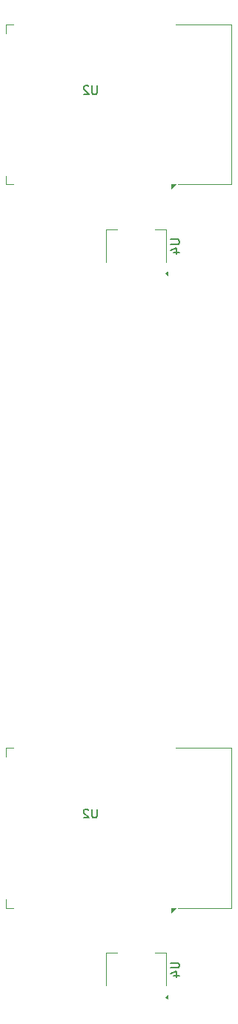
<source format=gbr>
%TF.GenerationSoftware,KiCad,Pcbnew,8.0.1*%
%TF.CreationDate,2024-12-11T12:45:41-03:00*%
%TF.ProjectId,AdeJiga,4164654a-6967-4612-9e6b-696361645f70,rev?*%
%TF.SameCoordinates,Original*%
%TF.FileFunction,Legend,Bot*%
%TF.FilePolarity,Positive*%
%FSLAX46Y46*%
G04 Gerber Fmt 4.6, Leading zero omitted, Abs format (unit mm)*
G04 Created by KiCad (PCBNEW 8.0.1) date 2024-12-11 12:45:41*
%MOMM*%
%LPD*%
G01*
G04 APERTURE LIST*
%ADD10C,0.150000*%
%ADD11C,0.120000*%
G04 APERTURE END LIST*
D10*
X178154819Y-157718095D02*
X178964342Y-157718095D01*
X178964342Y-157718095D02*
X179059580Y-157765714D01*
X179059580Y-157765714D02*
X179107200Y-157813333D01*
X179107200Y-157813333D02*
X179154819Y-157908571D01*
X179154819Y-157908571D02*
X179154819Y-158099047D01*
X179154819Y-158099047D02*
X179107200Y-158194285D01*
X179107200Y-158194285D02*
X179059580Y-158241904D01*
X179059580Y-158241904D02*
X178964342Y-158289523D01*
X178964342Y-158289523D02*
X178154819Y-158289523D01*
X178488152Y-159194285D02*
X179154819Y-159194285D01*
X178107200Y-158956190D02*
X178821485Y-158718095D01*
X178821485Y-158718095D02*
X178821485Y-159337142D01*
X169761904Y-140184819D02*
X169761904Y-140994342D01*
X169761904Y-140994342D02*
X169714285Y-141089580D01*
X169714285Y-141089580D02*
X169666666Y-141137200D01*
X169666666Y-141137200D02*
X169571428Y-141184819D01*
X169571428Y-141184819D02*
X169380952Y-141184819D01*
X169380952Y-141184819D02*
X169285714Y-141137200D01*
X169285714Y-141137200D02*
X169238095Y-141089580D01*
X169238095Y-141089580D02*
X169190476Y-140994342D01*
X169190476Y-140994342D02*
X169190476Y-140184819D01*
X168761904Y-140280057D02*
X168714285Y-140232438D01*
X168714285Y-140232438D02*
X168619047Y-140184819D01*
X168619047Y-140184819D02*
X168380952Y-140184819D01*
X168380952Y-140184819D02*
X168285714Y-140232438D01*
X168285714Y-140232438D02*
X168238095Y-140280057D01*
X168238095Y-140280057D02*
X168190476Y-140375295D01*
X168190476Y-140375295D02*
X168190476Y-140470533D01*
X168190476Y-140470533D02*
X168238095Y-140613390D01*
X168238095Y-140613390D02*
X168809523Y-141184819D01*
X168809523Y-141184819D02*
X168190476Y-141184819D01*
X178154819Y-75238095D02*
X178964342Y-75238095D01*
X178964342Y-75238095D02*
X179059580Y-75285714D01*
X179059580Y-75285714D02*
X179107200Y-75333333D01*
X179107200Y-75333333D02*
X179154819Y-75428571D01*
X179154819Y-75428571D02*
X179154819Y-75619047D01*
X179154819Y-75619047D02*
X179107200Y-75714285D01*
X179107200Y-75714285D02*
X179059580Y-75761904D01*
X179059580Y-75761904D02*
X178964342Y-75809523D01*
X178964342Y-75809523D02*
X178154819Y-75809523D01*
X178488152Y-76714285D02*
X179154819Y-76714285D01*
X178107200Y-76476190D02*
X178821485Y-76238095D01*
X178821485Y-76238095D02*
X178821485Y-76857142D01*
X169761904Y-57704819D02*
X169761904Y-58514342D01*
X169761904Y-58514342D02*
X169714285Y-58609580D01*
X169714285Y-58609580D02*
X169666666Y-58657200D01*
X169666666Y-58657200D02*
X169571428Y-58704819D01*
X169571428Y-58704819D02*
X169380952Y-58704819D01*
X169380952Y-58704819D02*
X169285714Y-58657200D01*
X169285714Y-58657200D02*
X169238095Y-58609580D01*
X169238095Y-58609580D02*
X169190476Y-58514342D01*
X169190476Y-58514342D02*
X169190476Y-57704819D01*
X168761904Y-57800057D02*
X168714285Y-57752438D01*
X168714285Y-57752438D02*
X168619047Y-57704819D01*
X168619047Y-57704819D02*
X168380952Y-57704819D01*
X168380952Y-57704819D02*
X168285714Y-57752438D01*
X168285714Y-57752438D02*
X168238095Y-57800057D01*
X168238095Y-57800057D02*
X168190476Y-57895295D01*
X168190476Y-57895295D02*
X168190476Y-57990533D01*
X168190476Y-57990533D02*
X168238095Y-58133390D01*
X168238095Y-58133390D02*
X168809523Y-58704819D01*
X168809523Y-58704819D02*
X168190476Y-58704819D01*
D11*
%TO.C,U4*%
X170790000Y-156570000D02*
X170790000Y-160330000D01*
X172050000Y-156570000D02*
X170790000Y-156570000D01*
X176350000Y-156570000D02*
X177610000Y-156570000D01*
X177610000Y-156570000D02*
X177610000Y-160330000D01*
X177840000Y-161850000D02*
X177510000Y-161610000D01*
X177840000Y-161370000D01*
X177840000Y-161850000D01*
G36*
X177840000Y-161850000D02*
G01*
X177510000Y-161610000D01*
X177840000Y-161370000D01*
X177840000Y-161850000D01*
G37*
%TO.C,U2*%
X159372500Y-133205000D02*
X160152500Y-133205000D01*
X159372500Y-134205000D02*
X159372500Y-133205000D01*
X159372500Y-150445000D02*
X159372500Y-151445000D01*
X159372500Y-151445000D02*
X160152500Y-151445000D01*
X178697500Y-133205000D02*
X185112500Y-133205000D01*
X178952500Y-151445000D02*
X185112500Y-151445000D01*
X185112500Y-133205000D02*
X185112500Y-151445000D01*
X178227500Y-151950000D02*
X178227500Y-151450000D01*
X178727500Y-151450000D01*
X178227500Y-151950000D01*
G36*
X178227500Y-151950000D02*
G01*
X178227500Y-151450000D01*
X178727500Y-151450000D01*
X178227500Y-151950000D01*
G37*
%TO.C,U4*%
X177840000Y-79370000D02*
X177510000Y-79130000D01*
X177840000Y-78890000D01*
X177840000Y-79370000D01*
G36*
X177840000Y-79370000D02*
G01*
X177510000Y-79130000D01*
X177840000Y-78890000D01*
X177840000Y-79370000D01*
G37*
X170790000Y-74090000D02*
X170790000Y-77850000D01*
X172050000Y-74090000D02*
X170790000Y-74090000D01*
X176350000Y-74090000D02*
X177610000Y-74090000D01*
X177610000Y-74090000D02*
X177610000Y-77850000D01*
%TO.C,U2*%
X178227500Y-69470000D02*
X178227500Y-68970000D01*
X178727500Y-68970000D01*
X178227500Y-69470000D01*
G36*
X178227500Y-69470000D02*
G01*
X178227500Y-68970000D01*
X178727500Y-68970000D01*
X178227500Y-69470000D01*
G37*
X159372500Y-68965000D02*
X160152500Y-68965000D01*
X178952500Y-68965000D02*
X185112500Y-68965000D01*
X159372500Y-67965000D02*
X159372500Y-68965000D01*
X159372500Y-51725000D02*
X159372500Y-50725000D01*
X159372500Y-50725000D02*
X160152500Y-50725000D01*
X178697500Y-50725000D02*
X185112500Y-50725000D01*
X185112500Y-50725000D02*
X185112500Y-68965000D01*
%TD*%
M02*

</source>
